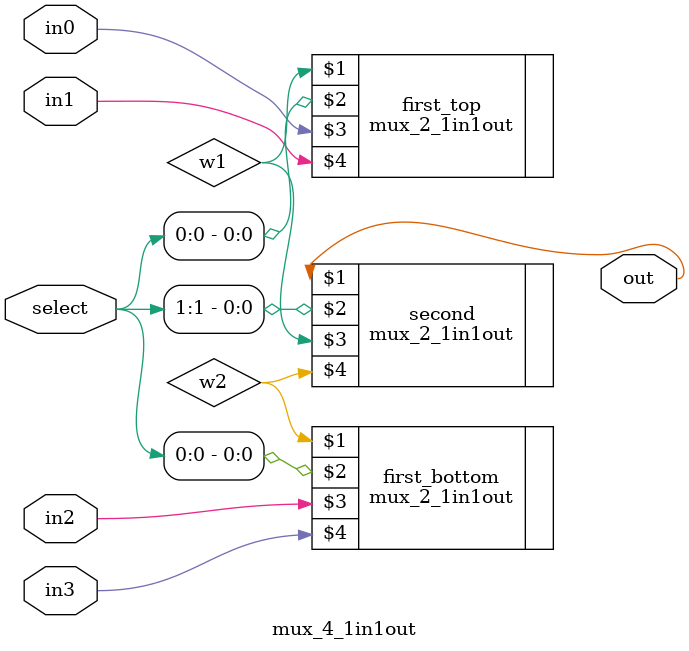
<source format=v>
module mux_4_1in1out(out, select, in0, in1, in2, in3);
    input [1:0] select;
    input in0, in1, in2, in3;
    output out;
    wire w1, w2;
    mux_2_1in1out first_top(w1, select[0], in0, in1);
    mux_2_1in1out first_bottom(w2, select[0], in2, in3);
    mux_2_1in1out second(out, select[1], w1, w2);
endmodule
</source>
